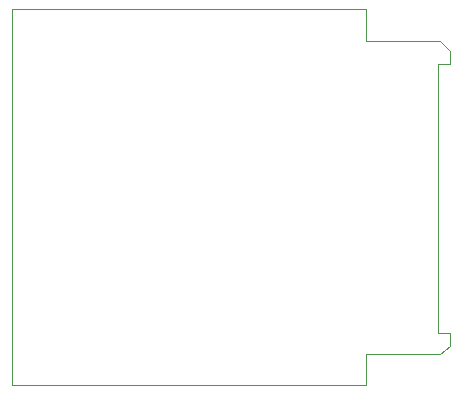
<source format=gbr>
%TF.GenerationSoftware,KiCad,Pcbnew,5.1.10-88a1d61d58~88~ubuntu20.10.1*%
%TF.CreationDate,2021-05-08T10:35:22+02:00*%
%TF.ProjectId,Breakout-Cartridge,42726561-6b6f-4757-942d-436172747269,1.0*%
%TF.SameCoordinates,Original*%
%TF.FileFunction,Profile,NP*%
%FSLAX46Y46*%
G04 Gerber Fmt 4.6, Leading zero omitted, Abs format (unit mm)*
G04 Created by KiCad (PCBNEW 5.1.10-88a1d61d58~88~ubuntu20.10.1) date 2021-05-08 10:35:22*
%MOMM*%
%LPD*%
G01*
G04 APERTURE LIST*
%TA.AperFunction,Profile*%
%ADD10C,0.100000*%
%TD*%
G04 APERTURE END LIST*
D10*
X86944000Y-82988000D02*
X116944000Y-82988000D01*
X86944000Y-51188000D02*
X86944000Y-82988000D01*
X116944000Y-51188000D02*
X86944000Y-51188000D01*
%TO.C,J3*%
X116944000Y-80388000D02*
X116944000Y-82988000D01*
X123244000Y-80388000D02*
X116944000Y-80388000D01*
X124044000Y-79688000D02*
X123244000Y-80388000D01*
X124044000Y-78588000D02*
X124044000Y-79688000D01*
X123044000Y-78588000D02*
X124044000Y-78588000D01*
X123044000Y-55788000D02*
X123044000Y-78588000D01*
X124044000Y-55788000D02*
X123044000Y-55788000D01*
X124044000Y-54688000D02*
X124044000Y-55788000D01*
X123244000Y-53888000D02*
X124044000Y-54688000D01*
X116944000Y-53888000D02*
X123244000Y-53888000D01*
X116944000Y-51188000D02*
X116944000Y-53888000D01*
%TD*%
M02*

</source>
